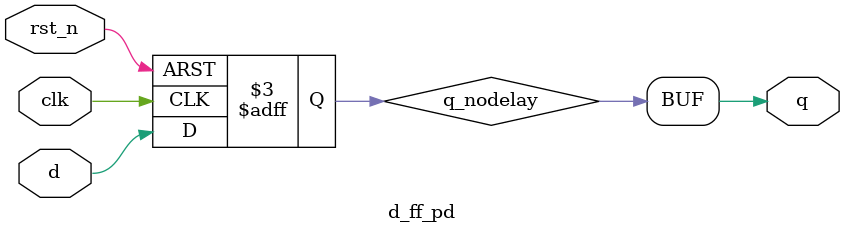
<source format=v>
module d_ff_pd(
  q,
  clk, d, rst_n
);

  output q;
  reg    q_nodelay;
  input  clk,
         d,
         rst_n;

  always @ (posedge clk or negedge rst_n)
    begin
      if (!rst_n)
        q_nodelay <= 0;
      else
        q_nodelay <= d;
    end

  assign #2 q = q_nodelay;

endmodule

</source>
